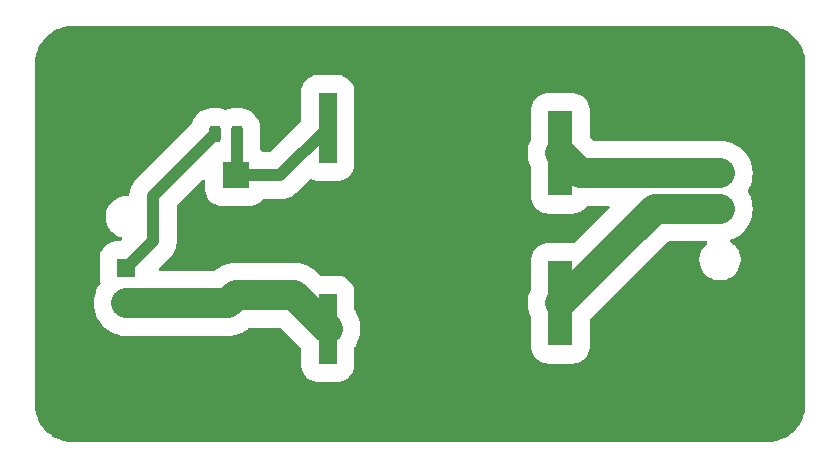
<source format=gbr>
%TF.GenerationSoftware,KiCad,Pcbnew,7.0.10*%
%TF.CreationDate,2024-01-31T01:51:46-06:00*%
%TF.ProjectId,RBDaughter,52424461-7567-4687-9465-722e6b696361,rev?*%
%TF.SameCoordinates,Original*%
%TF.FileFunction,Copper,L1,Top*%
%TF.FilePolarity,Positive*%
%FSLAX46Y46*%
G04 Gerber Fmt 4.6, Leading zero omitted, Abs format (unit mm)*
G04 Created by KiCad (PCBNEW 7.0.10) date 2024-01-31 01:51:46*
%MOMM*%
%LPD*%
G01*
G04 APERTURE LIST*
G04 Aperture macros list*
%AMRoundRect*
0 Rectangle with rounded corners*
0 $1 Rounding radius*
0 $2 $3 $4 $5 $6 $7 $8 $9 X,Y pos of 4 corners*
0 Add a 4 corners polygon primitive as box body*
4,1,4,$2,$3,$4,$5,$6,$7,$8,$9,$2,$3,0*
0 Add four circle primitives for the rounded corners*
1,1,$1+$1,$2,$3*
1,1,$1+$1,$4,$5*
1,1,$1+$1,$6,$7*
1,1,$1+$1,$8,$9*
0 Add four rect primitives between the rounded corners*
20,1,$1+$1,$2,$3,$4,$5,0*
20,1,$1+$1,$4,$5,$6,$7,0*
20,1,$1+$1,$6,$7,$8,$9,0*
20,1,$1+$1,$8,$9,$2,$3,0*%
G04 Aperture macros list end*
%TA.AperFunction,SMDPad,CuDef*%
%ADD10RoundRect,0.243750X-0.243750X-0.456250X0.243750X-0.456250X0.243750X0.456250X-0.243750X0.456250X0*%
%TD*%
%TA.AperFunction,ComponentPad*%
%ADD11C,3.600000*%
%TD*%
%TA.AperFunction,ConnectorPad*%
%ADD12C,5.700000*%
%TD*%
%TA.AperFunction,ComponentPad*%
%ADD13R,1.520000X1.520000*%
%TD*%
%TA.AperFunction,ComponentPad*%
%ADD14C,1.520000*%
%TD*%
%TA.AperFunction,ComponentPad*%
%ADD15O,2.200000X2.200000*%
%TD*%
%TA.AperFunction,ComponentPad*%
%ADD16R,2.200000X2.200000*%
%TD*%
%TA.AperFunction,ComponentPad*%
%ADD17R,2.000000X7.200000*%
%TD*%
%TA.AperFunction,ComponentPad*%
%ADD18R,1.500000X6.000000*%
%TD*%
%TA.AperFunction,Conductor*%
%ADD19C,1.000000*%
%TD*%
%TA.AperFunction,Conductor*%
%ADD20C,2.500000*%
%TD*%
G04 APERTURE END LIST*
D10*
%TO.P,F1,1*%
%TO.N,Net-(J1-Pin_1)*%
X68225000Y-76700000D03*
%TO.P,F1,2*%
%TO.N,Net-(D1-K)*%
X70100000Y-76700000D03*
%TD*%
D11*
%TO.P,H2,1,1*%
%TO.N,GND*%
X110750000Y-72250000D03*
D12*
X110750000Y-72250000D03*
%TD*%
%TO.P,H1,1,1*%
%TO.N,GND*%
X60750000Y-97500000D03*
D11*
X60750000Y-97500000D03*
%TD*%
D13*
%TO.P,J2,1,Pin_1*%
%TO.N,Net-(J2-Pin_1)*%
X111028250Y-82994600D03*
D14*
%TO.P,J2,2,Pin_2*%
%TO.N,Net-(J2-Pin_2)*%
X111028250Y-79994600D03*
%TD*%
D13*
%TO.P,J1,1,Pin_1*%
%TO.N,Net-(J1-Pin_1)*%
X60750000Y-88005400D03*
D14*
%TO.P,J1,2,Pin_2*%
%TO.N,Net-(D1-A)*%
X60750000Y-91005400D03*
%TD*%
D15*
%TO.P,D1,2,A*%
%TO.N,Net-(D1-A)*%
X70000000Y-90330000D03*
D16*
%TO.P,D1,1,K*%
%TO.N,Net-(D1-K)*%
X70000000Y-80170000D03*
%TD*%
D17*
%TO.P,K1,11*%
%TO.N,Net-(J2-Pin_2)*%
X97500000Y-78300000D03*
%TO.P,K1,14*%
%TO.N,Net-(J2-Pin_1)*%
X97500000Y-91000000D03*
D18*
%TO.P,K1,A1*%
%TO.N,Net-(D1-A)*%
X77800000Y-93150000D03*
%TO.P,K1,A2*%
%TO.N,Net-(D1-K)*%
X77800000Y-76150000D03*
%TD*%
D19*
%TO.N,Net-(D1-K)*%
X70000000Y-80170000D02*
X73780000Y-80170000D01*
X73780000Y-80170000D02*
X77800000Y-76150000D01*
X70100000Y-76700000D02*
X70100000Y-80070000D01*
X70100000Y-80070000D02*
X70000000Y-80170000D01*
%TO.N,Net-(J1-Pin_1)*%
X60750000Y-88005400D02*
X63000000Y-85755400D01*
X63000000Y-85755400D02*
X63000000Y-81925000D01*
X63000000Y-81925000D02*
X68225000Y-76700000D01*
D20*
%TO.N,Net-(J2-Pin_1)*%
X111028250Y-82994600D02*
X105505400Y-82994600D01*
X105505400Y-82994600D02*
X97500000Y-91000000D01*
%TO.N,Net-(J2-Pin_2)*%
X111028250Y-79994600D02*
X99194600Y-79994600D01*
X99194600Y-79994600D02*
X97500000Y-78300000D01*
%TO.N,Net-(D1-A)*%
X70000000Y-90330000D02*
X74980000Y-90330000D01*
X74980000Y-90330000D02*
X77800000Y-93150000D01*
X60750000Y-91005400D02*
X69324600Y-91005400D01*
X69324600Y-91005400D02*
X70000000Y-90330000D01*
%TD*%
%TA.AperFunction,Conductor*%
%TO.N,GND*%
G36*
X115003243Y-67500670D02*
G01*
X115010073Y-67501027D01*
X115133492Y-67507496D01*
X115341015Y-67519150D01*
X115353392Y-67520475D01*
X115510971Y-67545433D01*
X115512197Y-67545634D01*
X115689184Y-67575705D01*
X115700465Y-67578169D01*
X115859845Y-67620875D01*
X115862066Y-67621492D01*
X116029159Y-67669631D01*
X116039245Y-67673013D01*
X116195450Y-67732974D01*
X116198305Y-67734113D01*
X116356946Y-67799824D01*
X116365752Y-67803884D01*
X116515836Y-67880355D01*
X116519450Y-67882274D01*
X116668689Y-67964756D01*
X116676206Y-67969266D01*
X116817963Y-68061324D01*
X116822182Y-68064189D01*
X116960715Y-68162483D01*
X116966996Y-68167247D01*
X117098592Y-68273812D01*
X117103183Y-68277718D01*
X117229640Y-68390726D01*
X117234694Y-68395505D01*
X117354493Y-68515304D01*
X117359272Y-68520358D01*
X117472280Y-68646815D01*
X117476186Y-68651406D01*
X117582751Y-68783002D01*
X117587515Y-68789283D01*
X117685809Y-68927816D01*
X117688674Y-68932035D01*
X117718019Y-68977221D01*
X117780723Y-69073777D01*
X117785250Y-69081322D01*
X117867705Y-69230513D01*
X117869662Y-69234199D01*
X117946106Y-69384229D01*
X117950182Y-69393071D01*
X118015853Y-69551614D01*
X118017056Y-69554630D01*
X118076981Y-69710742D01*
X118080371Y-69720852D01*
X118128502Y-69887920D01*
X118129123Y-69890153D01*
X118171824Y-70049511D01*
X118174297Y-70060835D01*
X118204357Y-70237760D01*
X118204582Y-70239131D01*
X118229519Y-70396570D01*
X118230851Y-70409017D01*
X118242500Y-70616468D01*
X118242525Y-70616929D01*
X118249330Y-70746755D01*
X118249500Y-70753246D01*
X118249500Y-99496752D01*
X118249330Y-99503243D01*
X118242524Y-99633083D01*
X118242499Y-99633544D01*
X118230851Y-99840981D01*
X118229519Y-99853428D01*
X118204582Y-100010867D01*
X118204357Y-100012238D01*
X118174297Y-100189163D01*
X118171824Y-100200487D01*
X118129123Y-100359845D01*
X118128502Y-100362078D01*
X118080371Y-100529146D01*
X118076981Y-100539256D01*
X118017056Y-100695368D01*
X118015853Y-100698384D01*
X117950182Y-100856927D01*
X117946106Y-100865769D01*
X117869662Y-101015799D01*
X117867705Y-101019485D01*
X117785250Y-101168676D01*
X117780717Y-101176231D01*
X117688674Y-101317963D01*
X117685809Y-101322182D01*
X117587515Y-101460715D01*
X117582751Y-101466996D01*
X117476186Y-101598592D01*
X117472280Y-101603183D01*
X117359272Y-101729640D01*
X117354493Y-101734694D01*
X117234694Y-101854493D01*
X117229640Y-101859272D01*
X117103183Y-101972280D01*
X117098592Y-101976186D01*
X116966996Y-102082751D01*
X116960715Y-102087515D01*
X116822182Y-102185809D01*
X116817963Y-102188674D01*
X116676231Y-102280717D01*
X116668676Y-102285250D01*
X116519485Y-102367705D01*
X116515799Y-102369662D01*
X116365769Y-102446106D01*
X116356927Y-102450182D01*
X116198384Y-102515853D01*
X116195368Y-102517056D01*
X116039256Y-102576981D01*
X116029146Y-102580371D01*
X115862078Y-102628502D01*
X115859845Y-102629123D01*
X115700487Y-102671824D01*
X115689163Y-102674297D01*
X115512238Y-102704357D01*
X115510867Y-102704582D01*
X115353428Y-102729519D01*
X115340981Y-102730851D01*
X115133544Y-102742499D01*
X115133083Y-102742524D01*
X115003243Y-102749330D01*
X114996752Y-102749500D01*
X56253247Y-102749500D01*
X56246756Y-102749330D01*
X56116929Y-102742525D01*
X56116468Y-102742500D01*
X55909017Y-102730851D01*
X55896572Y-102729519D01*
X55877806Y-102726547D01*
X55739131Y-102704582D01*
X55737760Y-102704357D01*
X55560835Y-102674297D01*
X55549511Y-102671824D01*
X55390153Y-102629123D01*
X55387920Y-102628502D01*
X55220852Y-102580371D01*
X55210742Y-102576981D01*
X55054630Y-102517056D01*
X55051614Y-102515853D01*
X54893071Y-102450182D01*
X54884229Y-102446106D01*
X54734199Y-102369662D01*
X54730513Y-102367705D01*
X54581322Y-102285250D01*
X54573777Y-102280723D01*
X54495424Y-102229840D01*
X54432035Y-102188674D01*
X54427816Y-102185809D01*
X54289283Y-102087515D01*
X54283002Y-102082751D01*
X54151406Y-101976186D01*
X54146815Y-101972280D01*
X54020358Y-101859272D01*
X54015304Y-101854493D01*
X53895505Y-101734694D01*
X53890726Y-101729640D01*
X53777718Y-101603183D01*
X53773812Y-101598592D01*
X53667247Y-101466996D01*
X53662483Y-101460715D01*
X53564189Y-101322182D01*
X53561324Y-101317963D01*
X53531981Y-101272779D01*
X53469266Y-101176206D01*
X53464756Y-101168689D01*
X53382274Y-101019450D01*
X53380355Y-101015836D01*
X53303884Y-100865752D01*
X53299824Y-100856946D01*
X53234113Y-100698305D01*
X53232974Y-100695450D01*
X53173013Y-100539245D01*
X53169631Y-100529159D01*
X53121492Y-100362066D01*
X53120875Y-100359845D01*
X53116213Y-100342446D01*
X53078169Y-100200465D01*
X53075705Y-100189184D01*
X53045634Y-100012197D01*
X53045433Y-100010971D01*
X53020475Y-99853392D01*
X53019150Y-99841015D01*
X53007484Y-99633271D01*
X53000670Y-99503242D01*
X53000500Y-99496753D01*
X53000500Y-91005400D01*
X57994473Y-91005400D01*
X58014563Y-91337536D01*
X58014563Y-91337541D01*
X58014564Y-91337542D01*
X58074544Y-91664841D01*
X58074545Y-91664845D01*
X58074546Y-91664849D01*
X58173530Y-91982504D01*
X58173534Y-91982516D01*
X58173537Y-91982523D01*
X58310102Y-92285957D01*
X58403621Y-92440656D01*
X58482251Y-92570726D01*
X58687460Y-92832655D01*
X58922744Y-93067939D01*
X59184673Y-93273148D01*
X59184678Y-93273151D01*
X59184682Y-93273154D01*
X59469443Y-93445298D01*
X59772877Y-93581863D01*
X59772890Y-93581867D01*
X59772895Y-93581869D01*
X59947114Y-93636157D01*
X60090559Y-93680856D01*
X60417858Y-93740836D01*
X60666894Y-93755900D01*
X60666907Y-93755900D01*
X69490975Y-93755900D01*
X69569949Y-93746310D01*
X69577349Y-93745638D01*
X69656742Y-93740836D01*
X69734983Y-93726497D01*
X69742346Y-93725376D01*
X69821297Y-93715791D01*
X69898529Y-93696754D01*
X69905825Y-93695188D01*
X69984041Y-93680856D01*
X70059979Y-93657192D01*
X70067151Y-93655193D01*
X70144378Y-93636159D01*
X70218732Y-93607959D01*
X70225783Y-93605526D01*
X70301723Y-93581863D01*
X70374256Y-93549217D01*
X70381137Y-93546367D01*
X70455504Y-93518165D01*
X70525953Y-93481189D01*
X70532616Y-93477945D01*
X70605157Y-93445298D01*
X70673206Y-93404159D01*
X70679728Y-93400482D01*
X70702893Y-93388323D01*
X70750138Y-93363528D01*
X70815590Y-93318348D01*
X70821837Y-93314309D01*
X70889918Y-93273154D01*
X70952531Y-93224098D01*
X70958540Y-93219677D01*
X71023985Y-93174505D01*
X71083509Y-93121769D01*
X71089243Y-93116991D01*
X71102143Y-93106886D01*
X71167056Y-93081040D01*
X71178612Y-93080500D01*
X73789344Y-93080500D01*
X73856383Y-93100185D01*
X73877025Y-93116819D01*
X75513181Y-94752975D01*
X75546666Y-94814298D01*
X75549500Y-94840656D01*
X75549500Y-96232850D01*
X75555918Y-96336235D01*
X75555919Y-96336238D01*
X75606950Y-96579615D01*
X75606953Y-96579625D01*
X75697342Y-96811269D01*
X75824639Y-97024902D01*
X75985348Y-97214649D01*
X75985350Y-97214651D01*
X76175097Y-97375360D01*
X76175103Y-97375363D01*
X76175106Y-97375366D01*
X76388727Y-97502656D01*
X76388730Y-97502657D01*
X76620374Y-97593046D01*
X76620381Y-97593048D01*
X76620386Y-97593050D01*
X76863763Y-97644081D01*
X76967158Y-97650500D01*
X76967169Y-97650500D01*
X78632831Y-97650500D01*
X78632842Y-97650500D01*
X78736237Y-97644081D01*
X78979614Y-97593050D01*
X78979621Y-97593046D01*
X78979625Y-97593046D01*
X79058980Y-97562080D01*
X79211273Y-97502656D01*
X79424894Y-97375366D01*
X79424898Y-97375361D01*
X79424902Y-97375360D01*
X79614649Y-97214651D01*
X79614651Y-97214649D01*
X79775360Y-97024902D01*
X79775361Y-97024898D01*
X79775366Y-97024894D01*
X79902656Y-96811273D01*
X79993050Y-96579614D01*
X80044081Y-96336237D01*
X80050500Y-96232842D01*
X80050500Y-94770103D01*
X80070185Y-94703064D01*
X80072431Y-94699690D01*
X80158128Y-94575538D01*
X80312765Y-94280904D01*
X80430759Y-93969778D01*
X80510391Y-93646697D01*
X80544774Y-93363530D01*
X80550500Y-93316377D01*
X80550500Y-92983622D01*
X80541408Y-92908751D01*
X80510391Y-92653303D01*
X80430759Y-92330222D01*
X80312765Y-92019096D01*
X80158128Y-91724462D01*
X80072450Y-91600335D01*
X80050567Y-91533980D01*
X80050500Y-91529895D01*
X80050500Y-91166375D01*
X94749500Y-91166375D01*
X94789609Y-91496697D01*
X94831053Y-91664841D01*
X94869241Y-91819779D01*
X94869242Y-91819783D01*
X94944829Y-92019088D01*
X94987235Y-92130904D01*
X94987241Y-92130916D01*
X94988574Y-92133877D01*
X94999500Y-92184773D01*
X94999500Y-94682850D01*
X95005918Y-94786235D01*
X95005919Y-94786238D01*
X95056950Y-95029615D01*
X95056953Y-95029625D01*
X95147342Y-95261269D01*
X95274639Y-95474902D01*
X95435348Y-95664649D01*
X95435350Y-95664651D01*
X95625097Y-95825360D01*
X95625103Y-95825363D01*
X95625106Y-95825366D01*
X95838727Y-95952656D01*
X95838730Y-95952657D01*
X96070374Y-96043046D01*
X96070381Y-96043048D01*
X96070386Y-96043050D01*
X96313763Y-96094081D01*
X96417158Y-96100500D01*
X96417169Y-96100500D01*
X98582831Y-96100500D01*
X98582842Y-96100500D01*
X98686237Y-96094081D01*
X98929614Y-96043050D01*
X98929621Y-96043046D01*
X98929625Y-96043046D01*
X99008980Y-96012080D01*
X99161273Y-95952656D01*
X99374894Y-95825366D01*
X99374898Y-95825361D01*
X99374902Y-95825360D01*
X99564649Y-95664651D01*
X99564651Y-95664649D01*
X99725360Y-95474902D01*
X99725361Y-95474898D01*
X99725366Y-95474894D01*
X99852656Y-95261273D01*
X99943050Y-95029614D01*
X99994081Y-94786237D01*
X100000500Y-94682842D01*
X100000500Y-92440656D01*
X100020185Y-92373617D01*
X100036819Y-92352975D01*
X106608376Y-85781419D01*
X106669699Y-85747934D01*
X106696057Y-85745100D01*
X109834386Y-85745100D01*
X109901425Y-85764785D01*
X109947180Y-85817589D01*
X109957124Y-85886747D01*
X109928099Y-85950303D01*
X109911699Y-85966047D01*
X109834264Y-86027798D01*
X109655817Y-86220120D01*
X109508018Y-86436902D01*
X109508017Y-86436903D01*
X109394188Y-86673273D01*
X109316856Y-86923976D01*
X109316855Y-86923981D01*
X109316854Y-86923985D01*
X109309860Y-86970386D01*
X109277750Y-87183412D01*
X109277750Y-87445787D01*
X109297905Y-87579500D01*
X109316854Y-87705215D01*
X109316855Y-87705217D01*
X109316856Y-87705223D01*
X109394188Y-87955926D01*
X109508017Y-88192296D01*
X109508018Y-88192297D01*
X109508020Y-88192300D01*
X109508022Y-88192304D01*
X109599405Y-88326338D01*
X109655817Y-88409079D01*
X109834264Y-88601401D01*
X109834268Y-88601404D01*
X109834269Y-88601405D01*
X110039393Y-88764986D01*
X110266607Y-88896168D01*
X110510834Y-88992020D01*
X110766620Y-89050402D01*
X110766626Y-89050402D01*
X110766629Y-89050403D01*
X110962734Y-89065099D01*
X110962753Y-89065099D01*
X110962756Y-89065100D01*
X110962758Y-89065100D01*
X111093742Y-89065100D01*
X111093744Y-89065100D01*
X111093746Y-89065099D01*
X111093765Y-89065099D01*
X111289870Y-89050403D01*
X111289872Y-89050402D01*
X111289880Y-89050402D01*
X111545666Y-88992020D01*
X111789893Y-88896168D01*
X112017107Y-88764986D01*
X112222231Y-88601405D01*
X112400683Y-88409079D01*
X112548478Y-88192304D01*
X112662313Y-87955923D01*
X112739646Y-87705215D01*
X112778750Y-87445782D01*
X112778750Y-87183418D01*
X112739646Y-86923985D01*
X112662313Y-86673277D01*
X112590958Y-86525106D01*
X112548482Y-86436903D01*
X112548481Y-86436902D01*
X112548480Y-86436901D01*
X112548478Y-86436896D01*
X112400683Y-86220121D01*
X112358482Y-86174639D01*
X112222235Y-86027798D01*
X112144801Y-85966047D01*
X112017107Y-85864214D01*
X111928397Y-85812997D01*
X111880181Y-85762430D01*
X111866959Y-85693823D01*
X111892927Y-85628958D01*
X111949841Y-85588430D01*
X111953469Y-85587236D01*
X112005373Y-85571063D01*
X112308807Y-85434498D01*
X112593568Y-85262354D01*
X112855502Y-85057142D01*
X113090792Y-84821852D01*
X113293508Y-84563104D01*
X113295998Y-84559926D01*
X113295998Y-84559924D01*
X113296004Y-84559918D01*
X113468148Y-84275157D01*
X113604713Y-83971723D01*
X113703706Y-83654041D01*
X113763686Y-83326742D01*
X113783777Y-82994600D01*
X113763686Y-82662458D01*
X113703706Y-82335159D01*
X113644420Y-82144902D01*
X113604719Y-82017495D01*
X113604717Y-82017490D01*
X113604713Y-82017477D01*
X113468148Y-81714043D01*
X113374268Y-81558746D01*
X113356433Y-81491195D01*
X113374268Y-81430453D01*
X113468148Y-81275157D01*
X113604713Y-80971723D01*
X113703706Y-80654041D01*
X113763686Y-80326742D01*
X113783777Y-79994600D01*
X113763686Y-79662458D01*
X113703706Y-79335159D01*
X113636593Y-79119783D01*
X113604719Y-79017495D01*
X113604717Y-79017490D01*
X113604713Y-79017477D01*
X113468148Y-78714043D01*
X113296004Y-78429282D01*
X113296001Y-78429278D01*
X113295998Y-78429273D01*
X113090789Y-78167344D01*
X112855505Y-77932060D01*
X112593576Y-77726851D01*
X112593568Y-77726846D01*
X112308807Y-77554702D01*
X112005373Y-77418137D01*
X112005366Y-77418134D01*
X112005354Y-77418130D01*
X111687699Y-77319146D01*
X111687695Y-77319145D01*
X111687691Y-77319144D01*
X111360392Y-77259164D01*
X111360391Y-77259163D01*
X111360386Y-77259163D01*
X111111364Y-77244100D01*
X111111356Y-77244100D01*
X100385257Y-77244100D01*
X100318218Y-77224415D01*
X100297576Y-77207781D01*
X100036819Y-76947024D01*
X100003334Y-76885701D01*
X100000500Y-76859343D01*
X100000500Y-74617168D01*
X100000500Y-74617158D01*
X99994081Y-74513763D01*
X99943050Y-74270386D01*
X99943048Y-74270381D01*
X99943046Y-74270374D01*
X99852657Y-74038730D01*
X99852656Y-74038727D01*
X99725366Y-73825106D01*
X99725363Y-73825103D01*
X99725360Y-73825097D01*
X99564651Y-73635350D01*
X99564649Y-73635348D01*
X99374902Y-73474639D01*
X99374894Y-73474634D01*
X99161273Y-73347344D01*
X99161271Y-73347343D01*
X99161269Y-73347342D01*
X98929625Y-73256953D01*
X98929615Y-73256950D01*
X98686238Y-73205919D01*
X98686235Y-73205918D01*
X98582850Y-73199500D01*
X98582842Y-73199500D01*
X96417158Y-73199500D01*
X96417149Y-73199500D01*
X96313764Y-73205918D01*
X96313761Y-73205919D01*
X96070384Y-73256950D01*
X96070374Y-73256953D01*
X95838730Y-73347342D01*
X95625097Y-73474639D01*
X95435350Y-73635348D01*
X95435348Y-73635350D01*
X95274639Y-73825097D01*
X95147342Y-74038730D01*
X95056953Y-74270374D01*
X95056950Y-74270384D01*
X95005919Y-74513761D01*
X95005918Y-74513764D01*
X94999500Y-74617149D01*
X94999500Y-77115225D01*
X94988583Y-77166101D01*
X94987235Y-77169096D01*
X94869242Y-77480216D01*
X94869241Y-77480220D01*
X94789609Y-77803305D01*
X94765076Y-78005351D01*
X94749500Y-78133625D01*
X94749500Y-78466375D01*
X94789609Y-78796697D01*
X94844026Y-79017477D01*
X94869241Y-79119779D01*
X94869242Y-79119783D01*
X94912116Y-79232831D01*
X94987235Y-79430904D01*
X94987241Y-79430916D01*
X94988574Y-79433877D01*
X94999500Y-79484773D01*
X94999500Y-81982850D01*
X95005918Y-82086235D01*
X95005919Y-82086238D01*
X95056950Y-82329615D01*
X95056953Y-82329625D01*
X95147342Y-82561269D01*
X95147344Y-82561273D01*
X95272015Y-82770499D01*
X95274639Y-82774902D01*
X95435348Y-82964649D01*
X95435350Y-82964651D01*
X95625097Y-83125360D01*
X95625103Y-83125363D01*
X95625106Y-83125366D01*
X95838727Y-83252656D01*
X95838730Y-83252657D01*
X96070374Y-83343046D01*
X96070381Y-83343048D01*
X96070386Y-83343050D01*
X96313763Y-83394081D01*
X96417158Y-83400500D01*
X96417169Y-83400500D01*
X98582831Y-83400500D01*
X98582842Y-83400500D01*
X98686237Y-83394081D01*
X98929614Y-83343050D01*
X98929621Y-83343046D01*
X98929625Y-83343046D01*
X99053306Y-83294785D01*
X99161273Y-83252656D01*
X99374894Y-83125366D01*
X99374898Y-83125361D01*
X99374902Y-83125360D01*
X99564649Y-82964651D01*
X99564650Y-82964650D01*
X99713454Y-82788959D01*
X99771802Y-82750524D01*
X99808076Y-82745100D01*
X101565743Y-82745100D01*
X101632782Y-82764785D01*
X101678537Y-82817589D01*
X101688481Y-82886747D01*
X101659456Y-82950303D01*
X101653424Y-82956781D01*
X98742776Y-85867427D01*
X98681453Y-85900912D01*
X98647413Y-85903508D01*
X98582852Y-85899500D01*
X98582842Y-85899500D01*
X96417158Y-85899500D01*
X96417149Y-85899500D01*
X96313764Y-85905918D01*
X96313761Y-85905919D01*
X96070384Y-85956950D01*
X96070374Y-85956953D01*
X95838730Y-86047342D01*
X95625097Y-86174639D01*
X95435350Y-86335348D01*
X95435348Y-86335350D01*
X95274639Y-86525097D01*
X95147342Y-86738730D01*
X95056953Y-86970374D01*
X95056950Y-86970384D01*
X95005919Y-87213761D01*
X95005918Y-87213764D01*
X94999500Y-87317149D01*
X94999500Y-89815225D01*
X94988583Y-89866101D01*
X94987235Y-89869096D01*
X94869242Y-90180216D01*
X94869241Y-90180220D01*
X94869241Y-90180222D01*
X94789609Y-90503303D01*
X94749500Y-90833625D01*
X94749500Y-91166375D01*
X80050500Y-91166375D01*
X80050500Y-90067168D01*
X80050500Y-90067158D01*
X80044081Y-89963763D01*
X79993050Y-89720386D01*
X79993048Y-89720381D01*
X79993046Y-89720374D01*
X79902657Y-89488730D01*
X79902656Y-89488727D01*
X79775366Y-89275106D01*
X79775363Y-89275103D01*
X79775360Y-89275097D01*
X79614651Y-89085350D01*
X79614649Y-89085348D01*
X79424902Y-88924639D01*
X79424894Y-88924634D01*
X79211273Y-88797344D01*
X79211271Y-88797343D01*
X79211269Y-88797342D01*
X78979625Y-88706953D01*
X78979615Y-88706950D01*
X78736238Y-88655919D01*
X78736235Y-88655918D01*
X78632850Y-88649500D01*
X78632842Y-88649500D01*
X77240656Y-88649500D01*
X77173617Y-88629815D01*
X77152975Y-88613181D01*
X76866132Y-88326338D01*
X76807252Y-88267458D01*
X76744637Y-88218402D01*
X76738911Y-88213631D01*
X76679385Y-88160895D01*
X76679384Y-88160894D01*
X76613952Y-88115729D01*
X76607921Y-88111291D01*
X76545325Y-88062251D01*
X76545318Y-88062246D01*
X76477243Y-88021093D01*
X76471000Y-88017056D01*
X76405538Y-87971872D01*
X76405537Y-87971871D01*
X76405532Y-87971868D01*
X76335130Y-87934918D01*
X76328607Y-87931239D01*
X76260562Y-87890105D01*
X76260561Y-87890104D01*
X76260557Y-87890102D01*
X76188043Y-87857465D01*
X76181326Y-87854195D01*
X76110905Y-87817235D01*
X76036555Y-87789038D01*
X76029636Y-87786172D01*
X75957122Y-87753536D01*
X75957108Y-87753531D01*
X75881201Y-87729878D01*
X75874122Y-87727435D01*
X75799789Y-87699244D01*
X75799770Y-87699238D01*
X75722565Y-87680208D01*
X75715354Y-87678198D01*
X75639447Y-87654546D01*
X75639448Y-87654546D01*
X75639441Y-87654544D01*
X75561222Y-87640209D01*
X75553903Y-87638638D01*
X75511050Y-87628076D01*
X75476697Y-87619609D01*
X75476696Y-87619608D01*
X75476693Y-87619608D01*
X75397756Y-87610023D01*
X75390354Y-87608896D01*
X75312148Y-87594565D01*
X75312147Y-87594564D01*
X75312142Y-87594564D01*
X75273345Y-87592216D01*
X75232765Y-87589761D01*
X75225311Y-87589083D01*
X75146379Y-87579500D01*
X75146375Y-87579500D01*
X75063106Y-87579500D01*
X70166375Y-87579500D01*
X69833625Y-87579500D01*
X69833621Y-87579500D01*
X69754687Y-87589083D01*
X69747233Y-87589761D01*
X69702894Y-87592444D01*
X69667858Y-87594564D01*
X69667853Y-87594564D01*
X69667851Y-87594565D01*
X69589646Y-87608896D01*
X69582244Y-87610023D01*
X69503299Y-87619609D01*
X69503290Y-87619611D01*
X69426098Y-87638637D01*
X69418778Y-87640208D01*
X69340561Y-87654543D01*
X69340555Y-87654544D01*
X69264643Y-87678198D01*
X69257434Y-87680208D01*
X69180224Y-87699240D01*
X69105860Y-87727441D01*
X69098780Y-87729883D01*
X69022877Y-87753537D01*
X69022875Y-87753538D01*
X69022868Y-87753540D01*
X68950366Y-87786170D01*
X68943449Y-87789035D01*
X68869096Y-87817234D01*
X68869093Y-87817235D01*
X68798677Y-87854192D01*
X68791946Y-87857470D01*
X68719445Y-87890100D01*
X68719433Y-87890107D01*
X68651384Y-87931243D01*
X68644864Y-87934920D01*
X68574465Y-87971869D01*
X68574455Y-87971875D01*
X68509018Y-88017042D01*
X68502732Y-88021107D01*
X68434681Y-88062246D01*
X68372082Y-88111289D01*
X68366052Y-88115726D01*
X68300612Y-88160897D01*
X68241103Y-88213616D01*
X68235358Y-88218404D01*
X68222467Y-88228505D01*
X68157557Y-88254359D01*
X68145987Y-88254900D01*
X63628996Y-88254900D01*
X63561957Y-88235215D01*
X63516202Y-88182411D01*
X63506258Y-88113253D01*
X63535283Y-88049697D01*
X63541315Y-88043219D01*
X64005034Y-87579500D01*
X64465089Y-87119445D01*
X64515739Y-87068795D01*
X64556023Y-87014980D01*
X64561562Y-87008108D01*
X64605574Y-86957317D01*
X64641922Y-86900756D01*
X64646951Y-86893514D01*
X64687226Y-86839715D01*
X64719431Y-86780734D01*
X64723945Y-86773128D01*
X64760283Y-86716586D01*
X64788207Y-86655437D01*
X64792162Y-86647537D01*
X64824367Y-86588561D01*
X64847860Y-86525569D01*
X64851236Y-86517422D01*
X64879153Y-86456294D01*
X64879156Y-86456288D01*
X64898093Y-86391792D01*
X64900871Y-86383443D01*
X64924369Y-86320446D01*
X64929339Y-86297597D01*
X64938655Y-86254773D01*
X64940845Y-86246193D01*
X64959775Y-86181724D01*
X64959776Y-86181722D01*
X64969340Y-86115191D01*
X64970902Y-86106529D01*
X64985196Y-86040828D01*
X64989991Y-85973779D01*
X64990931Y-85965024D01*
X65000500Y-85898478D01*
X65000500Y-85612321D01*
X65000500Y-82804996D01*
X65020185Y-82737957D01*
X65036819Y-82717315D01*
X67187819Y-80566315D01*
X67249142Y-80532830D01*
X67318834Y-80537814D01*
X67374767Y-80579686D01*
X67399184Y-80645150D01*
X67399500Y-80653996D01*
X67399500Y-81352850D01*
X67405918Y-81456235D01*
X67405919Y-81456238D01*
X67456950Y-81699615D01*
X67456953Y-81699625D01*
X67546005Y-81927842D01*
X67547344Y-81931273D01*
X67665625Y-82129775D01*
X67674639Y-82144902D01*
X67835348Y-82334649D01*
X67835350Y-82334651D01*
X68025097Y-82495360D01*
X68025103Y-82495363D01*
X68025106Y-82495366D01*
X68238727Y-82622656D01*
X68238730Y-82622657D01*
X68470374Y-82713046D01*
X68470381Y-82713048D01*
X68470386Y-82713050D01*
X68713763Y-82764081D01*
X68817158Y-82770500D01*
X68817169Y-82770500D01*
X71182831Y-82770500D01*
X71182842Y-82770500D01*
X71286237Y-82764081D01*
X71529614Y-82713050D01*
X71529621Y-82713046D01*
X71529625Y-82713046D01*
X71608980Y-82682080D01*
X71761273Y-82622656D01*
X71974894Y-82495366D01*
X71974898Y-82495361D01*
X71974902Y-82495360D01*
X72164049Y-82335159D01*
X72164650Y-82334650D01*
X72266533Y-82214357D01*
X72324880Y-82175924D01*
X72361154Y-82170500D01*
X73923076Y-82170500D01*
X73923079Y-82170500D01*
X73989614Y-82160933D01*
X73998385Y-82159990D01*
X74065428Y-82155196D01*
X74131127Y-82140903D01*
X74139805Y-82139338D01*
X74206322Y-82129775D01*
X74253369Y-82115959D01*
X74270786Y-82110846D01*
X74279351Y-82108658D01*
X74345046Y-82094369D01*
X74408030Y-82070876D01*
X74416395Y-82068092D01*
X74480888Y-82049156D01*
X74542047Y-82021224D01*
X74550156Y-82017865D01*
X74613161Y-81994367D01*
X74672150Y-81962155D01*
X74680041Y-81958205D01*
X74741187Y-81930282D01*
X74797738Y-81893937D01*
X74805321Y-81889437D01*
X74864315Y-81857226D01*
X74918114Y-81816950D01*
X74925371Y-81811912D01*
X74981917Y-81775574D01*
X75032710Y-81731560D01*
X75039596Y-81726012D01*
X75074845Y-81699625D01*
X75093395Y-81685739D01*
X75295739Y-81483395D01*
X76250732Y-80528400D01*
X76312053Y-80494917D01*
X76381744Y-80499901D01*
X76383930Y-80500839D01*
X76383949Y-80500792D01*
X76620374Y-80593046D01*
X76620381Y-80593048D01*
X76620386Y-80593050D01*
X76863763Y-80644081D01*
X76967158Y-80650500D01*
X76967169Y-80650500D01*
X78632831Y-80650500D01*
X78632842Y-80650500D01*
X78736237Y-80644081D01*
X78979614Y-80593050D01*
X78979621Y-80593046D01*
X78979625Y-80593046D01*
X79121171Y-80537814D01*
X79211273Y-80502656D01*
X79424894Y-80375366D01*
X79424898Y-80375361D01*
X79424902Y-80375360D01*
X79614649Y-80214651D01*
X79614651Y-80214649D01*
X79775360Y-80024902D01*
X79775361Y-80024898D01*
X79775366Y-80024894D01*
X79902656Y-79811273D01*
X79993050Y-79579614D01*
X80044081Y-79336237D01*
X80050500Y-79232842D01*
X80050500Y-73067158D01*
X80044081Y-72963763D01*
X79993050Y-72720386D01*
X79993048Y-72720381D01*
X79993046Y-72720374D01*
X79902657Y-72488730D01*
X79902656Y-72488727D01*
X79775366Y-72275106D01*
X79775363Y-72275103D01*
X79775360Y-72275097D01*
X79614651Y-72085350D01*
X79614649Y-72085348D01*
X79424902Y-71924639D01*
X79424894Y-71924634D01*
X79211273Y-71797344D01*
X79211271Y-71797343D01*
X79211269Y-71797342D01*
X78979625Y-71706953D01*
X78979615Y-71706950D01*
X78736238Y-71655919D01*
X78736235Y-71655918D01*
X78632850Y-71649500D01*
X78632842Y-71649500D01*
X76967158Y-71649500D01*
X76967149Y-71649500D01*
X76863764Y-71655918D01*
X76863761Y-71655919D01*
X76620384Y-71706950D01*
X76620374Y-71706953D01*
X76388730Y-71797342D01*
X76175097Y-71924639D01*
X75985350Y-72085348D01*
X75985348Y-72085350D01*
X75824639Y-72275097D01*
X75697342Y-72488730D01*
X75606953Y-72720374D01*
X75606950Y-72720384D01*
X75555919Y-72963761D01*
X75555918Y-72963764D01*
X75549500Y-73067149D01*
X75549500Y-75520004D01*
X75529815Y-75587043D01*
X75513181Y-75607685D01*
X72987685Y-78133181D01*
X72926362Y-78166666D01*
X72900004Y-78169500D01*
X72361154Y-78169500D01*
X72294115Y-78149815D01*
X72266535Y-78125644D01*
X72164650Y-78005350D01*
X72152203Y-77994808D01*
X72144356Y-77988161D01*
X72105923Y-77929811D01*
X72100500Y-77893541D01*
X72100500Y-76628552D01*
X72088315Y-76458185D01*
X72087999Y-76449339D01*
X72087999Y-76136667D01*
X72087999Y-76136648D01*
X72085115Y-76076450D01*
X72039169Y-75812592D01*
X71953483Y-75558841D01*
X71830067Y-75321143D01*
X71830065Y-75321139D01*
X71671816Y-75105075D01*
X71671812Y-75105070D01*
X71482429Y-74915687D01*
X71482424Y-74915683D01*
X71266360Y-74757434D01*
X71266356Y-74757432D01*
X71028663Y-74634019D01*
X71028662Y-74634018D01*
X71028659Y-74634017D01*
X70774908Y-74548331D01*
X70511050Y-74502385D01*
X70450853Y-74499500D01*
X70450851Y-74499500D01*
X69749167Y-74499500D01*
X69749130Y-74499501D01*
X69688955Y-74502384D01*
X69688947Y-74502385D01*
X69491056Y-74536844D01*
X69425092Y-74548331D01*
X69425091Y-74548331D01*
X69344548Y-74575528D01*
X69202168Y-74623607D01*
X69132358Y-74626405D01*
X69122842Y-74623610D01*
X68899908Y-74548331D01*
X68636050Y-74502385D01*
X68575853Y-74499500D01*
X68575851Y-74499500D01*
X67874167Y-74499500D01*
X67874130Y-74499501D01*
X67813955Y-74502384D01*
X67813947Y-74502385D01*
X67616056Y-74536844D01*
X67550092Y-74548331D01*
X67550091Y-74548331D01*
X67296341Y-74634017D01*
X67296336Y-74634019D01*
X67058643Y-74757432D01*
X67058639Y-74757434D01*
X66842575Y-74915683D01*
X66842570Y-74915687D01*
X66653187Y-75105070D01*
X66653183Y-75105075D01*
X66494934Y-75321139D01*
X66494932Y-75321143D01*
X66371519Y-75558837D01*
X66371517Y-75558840D01*
X66296418Y-75781238D01*
X66266616Y-75829247D01*
X61686605Y-80409261D01*
X61484271Y-80611593D01*
X61484258Y-80611608D01*
X61443990Y-80665399D01*
X61438438Y-80672288D01*
X61394434Y-80723072D01*
X61394420Y-80723091D01*
X61358092Y-80779617D01*
X61353047Y-80786884D01*
X61312777Y-80840680D01*
X61280568Y-80899664D01*
X61276054Y-80907271D01*
X61239720Y-80963809D01*
X61239718Y-80963812D01*
X61239718Y-80963813D01*
X61236106Y-80971723D01*
X61211802Y-81024940D01*
X61207841Y-81032853D01*
X61175633Y-81091837D01*
X61175629Y-81091846D01*
X61152146Y-81154806D01*
X61148761Y-81162979D01*
X61120842Y-81224115D01*
X61120841Y-81224119D01*
X61101909Y-81288592D01*
X61099115Y-81296987D01*
X61075632Y-81359948D01*
X61075631Y-81359951D01*
X61061342Y-81425636D01*
X61059154Y-81434209D01*
X61040226Y-81498675D01*
X61040224Y-81498683D01*
X61030659Y-81565196D01*
X61029089Y-81573902D01*
X61014804Y-81639571D01*
X61014803Y-81639574D01*
X61010008Y-81706608D01*
X61009062Y-81715403D01*
X60999500Y-81781915D01*
X60999500Y-81815048D01*
X60979815Y-81882087D01*
X60927011Y-81927842D01*
X60866235Y-81938701D01*
X60815518Y-81934900D01*
X60815494Y-81934900D01*
X60684506Y-81934900D01*
X60684484Y-81934900D01*
X60488379Y-81949596D01*
X60488374Y-81949597D01*
X60232597Y-82007976D01*
X60232578Y-82007982D01*
X59988356Y-82103832D01*
X59761143Y-82235014D01*
X59556014Y-82398598D01*
X59377567Y-82590920D01*
X59229768Y-82807702D01*
X59229767Y-82807703D01*
X59115938Y-83044073D01*
X59038606Y-83294776D01*
X59038605Y-83294781D01*
X59038604Y-83294785D01*
X59031329Y-83343050D01*
X58999500Y-83554212D01*
X58999500Y-83816587D01*
X59019794Y-83951223D01*
X59038604Y-84076015D01*
X59038605Y-84076017D01*
X59038606Y-84076023D01*
X59115938Y-84326726D01*
X59229767Y-84563096D01*
X59229768Y-84563097D01*
X59229770Y-84563100D01*
X59229772Y-84563104D01*
X59377567Y-84779879D01*
X59556014Y-84972201D01*
X59556018Y-84972204D01*
X59556019Y-84972205D01*
X59761143Y-85135786D01*
X59988357Y-85266968D01*
X60232584Y-85362820D01*
X60232596Y-85362822D01*
X60232597Y-85362823D01*
X60283225Y-85374379D01*
X60344204Y-85408488D01*
X60377062Y-85470149D01*
X60371367Y-85539786D01*
X60343315Y-85582949D01*
X60217683Y-85708582D01*
X60156363Y-85742066D01*
X60130004Y-85744900D01*
X59907149Y-85744900D01*
X59803764Y-85751318D01*
X59803761Y-85751319D01*
X59560384Y-85802350D01*
X59560374Y-85802353D01*
X59328730Y-85892742D01*
X59115097Y-86020039D01*
X58925350Y-86180748D01*
X58925348Y-86180750D01*
X58764639Y-86370497D01*
X58637342Y-86584130D01*
X58546953Y-86815774D01*
X58546950Y-86815784D01*
X58495919Y-87059161D01*
X58495918Y-87059164D01*
X58489500Y-87162549D01*
X58489500Y-88848250D01*
X58495918Y-88951635D01*
X58495919Y-88951638D01*
X58546950Y-89195015D01*
X58546953Y-89195025D01*
X58563564Y-89237593D01*
X58569596Y-89307201D01*
X58545659Y-89359140D01*
X58482244Y-89440084D01*
X58452837Y-89488730D01*
X58310102Y-89724843D01*
X58202573Y-89963763D01*
X58173536Y-90028280D01*
X58173530Y-90028295D01*
X58074546Y-90345950D01*
X58014563Y-90673263D01*
X57994473Y-91005400D01*
X53000500Y-91005400D01*
X53000500Y-70753246D01*
X53000670Y-70746757D01*
X53000986Y-70740712D01*
X53007499Y-70616440D01*
X53019150Y-70408980D01*
X53020474Y-70396611D01*
X53045444Y-70238956D01*
X53045624Y-70237859D01*
X53075707Y-70060806D01*
X53078166Y-70049543D01*
X53120894Y-69890083D01*
X53121476Y-69887988D01*
X53169635Y-69720826D01*
X53173008Y-69710768D01*
X53232995Y-69554496D01*
X53234092Y-69551746D01*
X53299833Y-69393034D01*
X53303874Y-69384266D01*
X53380381Y-69234113D01*
X53382247Y-69230598D01*
X53464770Y-69081284D01*
X53469250Y-69073817D01*
X53561358Y-68931984D01*
X53564168Y-68927845D01*
X53662506Y-68789252D01*
X53667222Y-68783033D01*
X53773833Y-68651380D01*
X53777696Y-68646839D01*
X53890760Y-68520321D01*
X53895470Y-68515340D01*
X54015340Y-68395470D01*
X54020321Y-68390760D01*
X54146839Y-68277696D01*
X54151380Y-68273833D01*
X54283033Y-68167222D01*
X54289252Y-68162506D01*
X54427845Y-68064168D01*
X54431984Y-68061358D01*
X54573817Y-67969250D01*
X54581284Y-67964770D01*
X54730598Y-67882247D01*
X54734113Y-67880381D01*
X54884266Y-67803874D01*
X54893034Y-67799833D01*
X55051746Y-67734092D01*
X55054496Y-67732995D01*
X55210768Y-67673008D01*
X55220826Y-67669635D01*
X55387988Y-67621476D01*
X55390083Y-67620894D01*
X55549543Y-67578166D01*
X55560806Y-67575707D01*
X55737859Y-67545624D01*
X55738956Y-67545444D01*
X55896611Y-67520474D01*
X55908980Y-67519150D01*
X56116440Y-67507499D01*
X56240712Y-67500986D01*
X56246757Y-67500670D01*
X56253246Y-67500500D01*
X114996754Y-67500500D01*
X115003243Y-67500670D01*
G37*
%TD.AperFunction*%
%TD*%
M02*

</source>
